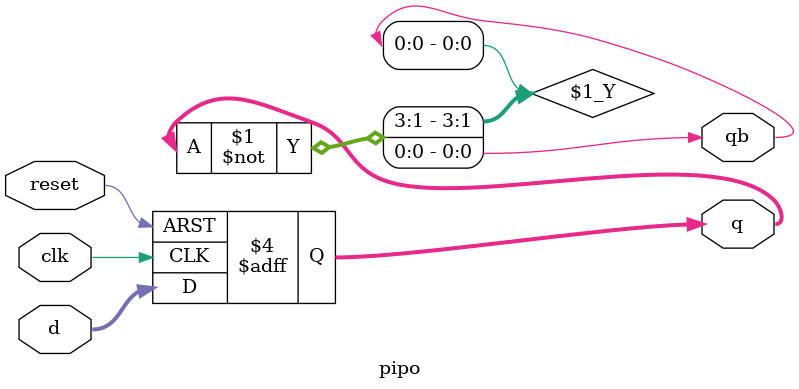
<source format=v>
`timescale 1ns / 1ps


module pipo(input [3:0]d,
            input clk,
            input reset,
            output reg [3:0]q,
            output qb
            );
     
     assign qb = ~q;
     
     always @(posedge clk or negedge reset) begin
        if(!reset)
            q <= 4'b0;
        else
            q[3:0] <= d[3:0];
     end
     
            
endmodule

</source>
